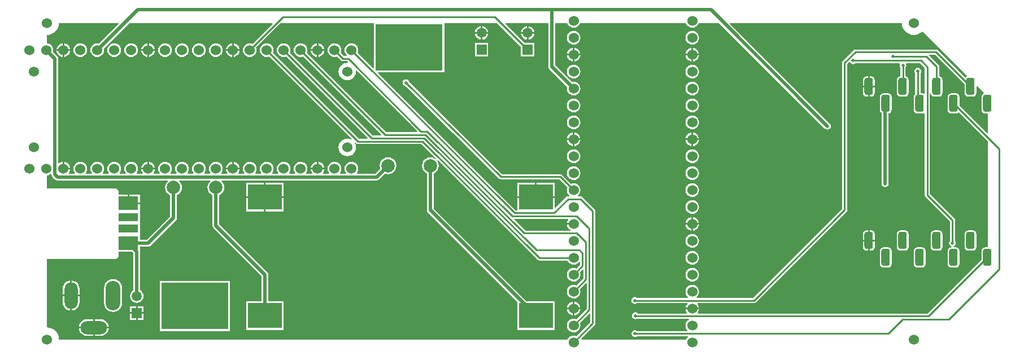
<source format=gtl>
%FSLAX24Y24*%
%MOIN*%
G70*
G01*
G75*
G04 Layer_Physical_Order=1*
G04 Layer_Color=255*
G04:AMPARAMS|DCode=10|XSize=100mil|YSize=50mil|CornerRadius=12.5mil|HoleSize=0mil|Usage=FLASHONLY|Rotation=90.000|XOffset=0mil|YOffset=0mil|HoleType=Round|Shape=RoundedRectangle|*
%AMROUNDEDRECTD10*
21,1,0.1000,0.0250,0,0,90.0*
21,1,0.0750,0.0500,0,0,90.0*
1,1,0.0250,0.0125,0.0375*
1,1,0.0250,0.0125,-0.0375*
1,1,0.0250,-0.0125,-0.0375*
1,1,0.0250,-0.0125,0.0375*
%
%ADD10ROUNDEDRECTD10*%
%ADD11R,0.2000X0.1500*%
%ADD12R,0.1181X0.0457*%
%ADD13R,0.1181X0.0787*%
%ADD14R,0.3937X0.2756*%
%ADD15C,0.0197*%
%ADD16C,0.0100*%
%ADD17C,0.0200*%
%ADD18C,0.0100*%
%ADD19C,0.0200*%
%ADD20C,0.0591*%
%ADD21R,0.0591X0.0591*%
%ADD22O,0.0787X0.1575*%
%ADD23O,0.1575X0.0787*%
%ADD24O,0.0866X0.1732*%
%ADD25C,0.0600*%
%ADD26C,0.0787*%
G36*
X50481Y18562D02*
X50522Y18428D01*
X50588Y18304D01*
X50676Y18196D01*
X50785Y18107D01*
X50908Y18041D01*
X51042Y18001D01*
X51181Y17987D01*
X51320Y18001D01*
X51454Y18041D01*
X51578Y18107D01*
X51686Y18196D01*
X51686Y18196D01*
X54302Y15579D01*
X54290Y15522D01*
X54233Y15484D01*
X54202Y15480D01*
X52594Y17088D01*
X52545Y17121D01*
X52486Y17133D01*
X47730D01*
X47671Y17121D01*
X47622Y17088D01*
X46982Y16448D01*
X46949Y16399D01*
X46937Y16340D01*
Y7723D01*
X41667Y2453D01*
X38361D01*
X38344Y2503D01*
X38385Y2535D01*
X38449Y2618D01*
X38490Y2716D01*
X38503Y2820D01*
X38490Y2924D01*
X38449Y3022D01*
X38385Y3105D01*
X38302Y3169D01*
X38204Y3210D01*
X38100Y3223D01*
X37996Y3210D01*
X37898Y3169D01*
X37815Y3105D01*
X37751Y3022D01*
X37710Y2924D01*
X37697Y2820D01*
X37710Y2716D01*
X37751Y2618D01*
X37815Y2535D01*
X37856Y2503D01*
X37839Y2453D01*
X34841D01*
X34788Y2488D01*
X34710Y2504D01*
X34632Y2488D01*
X34566Y2444D01*
X34522Y2378D01*
X34506Y2300D01*
X34522Y2222D01*
X34566Y2156D01*
X34632Y2112D01*
X34710Y2096D01*
X34788Y2112D01*
X34841Y2147D01*
X37795D01*
X37808Y2097D01*
X37751Y2022D01*
X37710Y1924D01*
X37703Y1870D01*
X38497D01*
X38490Y1924D01*
X38449Y2022D01*
X38392Y2097D01*
X38405Y2147D01*
X41730D01*
X41789Y2159D01*
X41838Y2192D01*
X47198Y7552D01*
X47231Y7601D01*
X47243Y7660D01*
Y16277D01*
X47347Y16380D01*
X47407Y16370D01*
X47436Y16326D01*
X47502Y16282D01*
X47580Y16266D01*
X47658Y16282D01*
X47711Y16317D01*
X50312D01*
X50339Y16267D01*
X50326Y16200D01*
X50342Y16122D01*
X50377Y16069D01*
Y15547D01*
X50307Y15533D01*
X50233Y15484D01*
X50183Y15409D01*
X50166Y15321D01*
Y14571D01*
X50183Y14484D01*
X50233Y14409D01*
X50307Y14359D01*
X50395Y14342D01*
X50645D01*
X50733Y14359D01*
X50807Y14409D01*
X50857Y14484D01*
X50874Y14571D01*
Y15321D01*
X50857Y15409D01*
X50807Y15484D01*
X50733Y15533D01*
X50683Y15543D01*
Y16069D01*
X50718Y16122D01*
X50734Y16200D01*
X50721Y16267D01*
X50748Y16317D01*
X51537D01*
X51817Y16037D01*
Y14537D01*
X51767Y14510D01*
X51733Y14533D01*
X51645Y14551D01*
X51563D01*
Y15719D01*
X51598Y15772D01*
X51614Y15850D01*
X51598Y15928D01*
X51554Y15994D01*
X51488Y16038D01*
X51410Y16054D01*
X51332Y16038D01*
X51266Y15994D01*
X51222Y15928D01*
X51206Y15850D01*
X51222Y15772D01*
X51257Y15719D01*
Y14500D01*
X51233Y14484D01*
X51183Y14409D01*
X51166Y14321D01*
Y13571D01*
X51183Y13484D01*
X51233Y13409D01*
X51307Y13359D01*
X51395Y13342D01*
X51645D01*
X51733Y13359D01*
X51767Y13382D01*
X51817Y13356D01*
Y8520D01*
X51829Y8461D01*
X51862Y8412D01*
X53297Y6977D01*
Y5821D01*
X53262Y5768D01*
X53246Y5690D01*
X53262Y5612D01*
X53306Y5546D01*
X53372Y5502D01*
X53408Y5494D01*
X53403Y5444D01*
X53395D01*
X53307Y5427D01*
X53233Y5377D01*
X53183Y5303D01*
X53166Y5215D01*
Y4465D01*
X53183Y4377D01*
X53233Y4303D01*
X53307Y4253D01*
X53395Y4236D01*
X53645D01*
X53733Y4253D01*
X53807Y4303D01*
X53857Y4377D01*
X53874Y4465D01*
Y5215D01*
X53857Y5303D01*
X53807Y5377D01*
X53733Y5427D01*
X53645Y5444D01*
X53497D01*
X53492Y5494D01*
X53528Y5502D01*
X53594Y5546D01*
X53638Y5612D01*
X53654Y5690D01*
X53638Y5768D01*
X53603Y5821D01*
Y7040D01*
X53591Y7099D01*
X53558Y7148D01*
X52123Y8583D01*
Y14529D01*
X52173Y14534D01*
X52183Y14484D01*
X52233Y14409D01*
X52307Y14359D01*
X52395Y14342D01*
X52645D01*
X52733Y14359D01*
X52807Y14409D01*
X52857Y14484D01*
X52874Y14571D01*
Y15321D01*
X52857Y15409D01*
X52807Y15484D01*
X52733Y15533D01*
X52673Y15545D01*
Y16110D01*
X52663Y16159D01*
X52661Y16169D01*
X52628Y16218D01*
X52065Y16781D01*
X52085Y16827D01*
X52423D01*
X54166Y15084D01*
Y14571D01*
X54183Y14484D01*
X54233Y14409D01*
X54307Y14359D01*
X54395Y14342D01*
X54645D01*
X54733Y14359D01*
X54807Y14409D01*
X54857Y14484D01*
X54874Y14571D01*
Y14942D01*
X54921Y14961D01*
X55302Y14579D01*
X55290Y14522D01*
X55233Y14484D01*
X55183Y14409D01*
X55166Y14321D01*
Y13571D01*
X55183Y13484D01*
X55233Y13409D01*
X55307Y13359D01*
X55395Y13342D01*
X55550D01*
Y12198D01*
X55504Y12179D01*
X53874Y13808D01*
Y14321D01*
X53857Y14409D01*
X53807Y14484D01*
X53733Y14533D01*
X53645Y14551D01*
X53395D01*
X53307Y14533D01*
X53233Y14484D01*
X53183Y14409D01*
X53166Y14321D01*
Y13571D01*
X53183Y13484D01*
X53233Y13409D01*
X53307Y13359D01*
X53395Y13342D01*
X53645D01*
X53733Y13359D01*
X53807Y13409D01*
X53838Y13412D01*
X55550Y11700D01*
Y6540D01*
Y5444D01*
X55395D01*
X55307Y5427D01*
X55233Y5377D01*
X55183Y5303D01*
X55166Y5215D01*
Y4702D01*
X51987Y1523D01*
X38439D01*
X38415Y1573D01*
X38449Y1618D01*
X38490Y1716D01*
X38497Y1770D01*
X37703D01*
X37710Y1716D01*
X37751Y1618D01*
X37785Y1573D01*
X37761Y1523D01*
X34898D01*
X34884Y1544D01*
X34818Y1588D01*
X34740Y1604D01*
X34662Y1588D01*
X34596Y1544D01*
X34552Y1478D01*
X34536Y1400D01*
X34552Y1322D01*
X34596Y1256D01*
X34662Y1212D01*
X34740Y1196D01*
X34818Y1212D01*
X34826Y1217D01*
X37870D01*
X37895Y1172D01*
X37895Y1167D01*
X37815Y1105D01*
X37751Y1022D01*
X37710Y924D01*
X37697Y820D01*
X37710Y716D01*
X37751Y618D01*
X37808Y543D01*
X37795Y493D01*
X34851D01*
X34798Y528D01*
X34720Y544D01*
X34642Y528D01*
X34576Y484D01*
X34532Y418D01*
X34516Y340D01*
X34532Y262D01*
X34576Y196D01*
X34642Y152D01*
X34720Y136D01*
X34798Y152D01*
X34851Y187D01*
X37839D01*
X37856Y137D01*
X37815Y105D01*
X37751Y22D01*
X37742Y0D01*
X31562D01*
X31542Y46D01*
X32328Y832D01*
X32361Y881D01*
X32373Y940D01*
Y7580D01*
X32361Y7639D01*
X32328Y7688D01*
X31608Y8408D01*
X31559Y8441D01*
X31500Y8453D01*
X31361D01*
X31344Y8503D01*
X31385Y8535D01*
X31449Y8618D01*
X31490Y8716D01*
X31503Y8820D01*
X31490Y8924D01*
X31449Y9022D01*
X31385Y9105D01*
X31302Y9169D01*
X31204Y9210D01*
X31100Y9223D01*
X30996Y9210D01*
X30947Y9190D01*
X30418Y9718D01*
X30369Y9751D01*
X30310Y9763D01*
X26883D01*
X21401Y15177D01*
X21388Y15238D01*
X21344Y15304D01*
X21278Y15348D01*
X21200Y15364D01*
X21122Y15348D01*
X21056Y15304D01*
X21012Y15238D01*
X20996Y15160D01*
X21012Y15082D01*
X21056Y15016D01*
X21122Y14972D01*
X21186Y14959D01*
X26713Y9501D01*
X26737Y9485D01*
X26761Y9469D01*
X26762Y9469D01*
X26762Y9468D01*
X26791Y9463D01*
X26820Y9457D01*
X30247D01*
X30731Y8973D01*
X30710Y8924D01*
X30697Y8820D01*
X30710Y8716D01*
X30751Y8618D01*
X30815Y8535D01*
X30856Y8503D01*
X30839Y8453D01*
X30760D01*
X30701Y8441D01*
X30652Y8408D01*
X30016Y7772D01*
X29970Y7792D01*
Y8360D01*
X27770D01*
Y7623D01*
X27663D01*
X19550Y15736D01*
X19570Y15782D01*
X23458D01*
Y18701D01*
X26573D01*
X27985Y17289D01*
Y16715D01*
X28775D01*
Y17505D01*
X28201D01*
X27052Y18655D01*
X27071Y18701D01*
X29598D01*
Y16120D01*
X29613Y16043D01*
X29657Y15977D01*
X30710Y14924D01*
X30697Y14820D01*
X30710Y14716D01*
X30751Y14618D01*
X30815Y14535D01*
X30898Y14471D01*
X30996Y14430D01*
X31100Y14417D01*
X31204Y14430D01*
X31302Y14471D01*
X31385Y14535D01*
X31449Y14618D01*
X31490Y14716D01*
X31503Y14820D01*
X31490Y14924D01*
X31449Y15022D01*
X31385Y15105D01*
X31302Y15169D01*
X31204Y15210D01*
X31100Y15223D01*
X30996Y15210D01*
X30002Y16204D01*
Y18701D01*
X30716D01*
X30751Y18618D01*
X30815Y18535D01*
X30898Y18471D01*
X30996Y18430D01*
X31100Y18417D01*
X31204Y18430D01*
X31302Y18471D01*
X31385Y18535D01*
X31449Y18618D01*
X31484Y18701D01*
X37716D01*
X37751Y18618D01*
X37815Y18535D01*
X37898Y18471D01*
X37996Y18430D01*
X38100Y18417D01*
X38204Y18430D01*
X38302Y18471D01*
X38385Y18535D01*
X38449Y18618D01*
X38484Y18701D01*
X39683D01*
X45921Y12463D01*
X45926Y12456D01*
X45992Y12412D01*
X46070Y12396D01*
X46148Y12412D01*
X46214Y12456D01*
X46258Y12522D01*
X46274Y12600D01*
X46258Y12678D01*
X46214Y12744D01*
X46207Y12749D01*
X40302Y18655D01*
X40321Y18701D01*
X50467D01*
X50481Y18562D01*
D02*
G37*
G36*
X19322Y16030D02*
X19275Y16011D01*
X18349Y16937D01*
X18370Y16986D01*
X18383Y17090D01*
X18370Y17194D01*
X18329Y17292D01*
X18265Y17375D01*
X18182Y17439D01*
X18084Y17480D01*
X17980Y17493D01*
X17876Y17480D01*
X17778Y17439D01*
X17695Y17375D01*
X17631Y17292D01*
X17590Y17194D01*
X17577Y17090D01*
X17590Y16986D01*
X17631Y16888D01*
X17695Y16805D01*
X17714Y16790D01*
X17697Y16743D01*
X17543D01*
X17349Y16937D01*
X17370Y16986D01*
X17383Y17090D01*
X17370Y17194D01*
X17329Y17292D01*
X17265Y17375D01*
X17182Y17439D01*
X17084Y17480D01*
X16980Y17493D01*
X16876Y17480D01*
X16778Y17439D01*
X16695Y17375D01*
X16631Y17292D01*
X16590Y17194D01*
X16577Y17090D01*
X16590Y16986D01*
X16631Y16888D01*
X16695Y16805D01*
X16778Y16741D01*
X16876Y16700D01*
X16980Y16687D01*
X17084Y16700D01*
X17133Y16720D01*
X17372Y16482D01*
X17421Y16449D01*
X17480Y16437D01*
X17737D01*
X17780Y16393D01*
X17758Y16348D01*
X17732Y16352D01*
X17598Y16334D01*
X17473Y16283D01*
X17366Y16200D01*
X17284Y16093D01*
X17232Y15968D01*
X17214Y15834D01*
X17232Y15700D01*
X17284Y15575D01*
X17366Y15468D01*
X17473Y15386D01*
X17598Y15334D01*
X17732Y15316D01*
X17866Y15334D01*
X17991Y15386D01*
X18098Y15468D01*
X18180Y15575D01*
X18232Y15700D01*
X18250Y15834D01*
X18246Y15860D01*
X18291Y15883D01*
X21875Y12299D01*
X21855Y12253D01*
X20033D01*
X15350Y16937D01*
X15370Y16986D01*
X15383Y17090D01*
X15370Y17194D01*
X15329Y17292D01*
X15265Y17375D01*
X15182Y17439D01*
X15084Y17480D01*
X14980Y17493D01*
X14876Y17480D01*
X14778Y17439D01*
X14695Y17375D01*
X14631Y17292D01*
X14590Y17194D01*
X14577Y17090D01*
X14590Y16986D01*
X14631Y16888D01*
X14695Y16805D01*
X14778Y16741D01*
X14876Y16700D01*
X14980Y16687D01*
X15084Y16700D01*
X15133Y16720D01*
X19755Y12099D01*
X19735Y12053D01*
X19233D01*
X14349Y16937D01*
X14370Y16986D01*
X14383Y17090D01*
X14370Y17194D01*
X14329Y17292D01*
X14265Y17375D01*
X14182Y17439D01*
X14084Y17480D01*
X13980Y17493D01*
X13876Y17480D01*
X13778Y17439D01*
X13695Y17375D01*
X13631Y17292D01*
X13590Y17194D01*
X13577Y17090D01*
X13590Y16986D01*
X13631Y16888D01*
X13695Y16805D01*
X13778Y16741D01*
X13876Y16700D01*
X13980Y16687D01*
X14084Y16700D01*
X14133Y16720D01*
X18955Y11899D01*
X18935Y11853D01*
X18433D01*
X13349Y16937D01*
X13370Y16986D01*
X13383Y17090D01*
X13370Y17194D01*
X13329Y17292D01*
X13265Y17375D01*
X13182Y17439D01*
X13084Y17480D01*
X12980Y17493D01*
X12876Y17480D01*
X12778Y17439D01*
X12695Y17375D01*
X12631Y17292D01*
X12590Y17194D01*
X12577Y17090D01*
X12590Y16986D01*
X12631Y16888D01*
X12695Y16805D01*
X12778Y16741D01*
X12876Y16700D01*
X12980Y16687D01*
X13084Y16700D01*
X13133Y16720D01*
X18019Y11835D01*
X17991Y11794D01*
X17866Y11846D01*
X17732Y11864D01*
X17598Y11846D01*
X17473Y11794D01*
X17366Y11712D01*
X17284Y11605D01*
X17232Y11480D01*
X17214Y11346D01*
X17232Y11212D01*
X17284Y11087D01*
X17366Y10980D01*
X17473Y10897D01*
X17598Y10846D01*
X17732Y10828D01*
X17866Y10846D01*
X17991Y10897D01*
X18098Y10980D01*
X18180Y11087D01*
X18232Y11212D01*
X18250Y11346D01*
X18232Y11480D01*
X18180Y11605D01*
X18221Y11633D01*
X18262Y11592D01*
X18311Y11559D01*
X18370Y11547D01*
X22118D01*
X22983Y10682D01*
X22950Y10644D01*
X22889Y10691D01*
X22769Y10741D01*
X22640Y10758D01*
X22511Y10741D01*
X22391Y10691D01*
X22288Y10612D01*
X22209Y10509D01*
X22159Y10389D01*
X22142Y10260D01*
X22159Y10131D01*
X22209Y10011D01*
X22288Y9908D01*
X22391Y9829D01*
X22436Y9810D01*
Y7640D01*
X22452Y7562D01*
X22496Y7496D01*
X27770Y2222D01*
Y560D01*
X29970D01*
Y2260D01*
X28308D01*
X22844Y7724D01*
Y9810D01*
X22889Y9829D01*
X22992Y9908D01*
X23071Y10011D01*
X23121Y10131D01*
X23138Y10260D01*
X23121Y10389D01*
X23071Y10509D01*
X23024Y10570D01*
X23062Y10603D01*
X28953Y4712D01*
X29003Y4679D01*
X29061Y4667D01*
X30730D01*
X30751Y4618D01*
X30815Y4535D01*
X30898Y4471D01*
X30996Y4430D01*
X31100Y4417D01*
X31204Y4430D01*
X31302Y4471D01*
X31385Y4535D01*
X31417Y4576D01*
X31467Y4559D01*
Y4403D01*
X31253Y4189D01*
X31204Y4210D01*
X31100Y4223D01*
X30996Y4210D01*
X30898Y4169D01*
X30815Y4105D01*
X30751Y4022D01*
X30710Y3924D01*
X30697Y3820D01*
X30710Y3716D01*
X30751Y3618D01*
X30815Y3535D01*
X30898Y3471D01*
X30996Y3430D01*
X31100Y3417D01*
X31204Y3430D01*
X31302Y3471D01*
X31385Y3535D01*
X31449Y3618D01*
X31490Y3716D01*
X31503Y3820D01*
X31490Y3924D01*
X31470Y3973D01*
X31621Y4125D01*
X31667Y4105D01*
Y3603D01*
X31253Y3189D01*
X31204Y3210D01*
X31100Y3223D01*
X30996Y3210D01*
X30898Y3169D01*
X30815Y3105D01*
X30751Y3022D01*
X30710Y2924D01*
X30697Y2820D01*
X30710Y2716D01*
X30751Y2618D01*
X30815Y2535D01*
X30898Y2471D01*
X30996Y2430D01*
X31100Y2417D01*
X31204Y2430D01*
X31302Y2471D01*
X31385Y2535D01*
X31449Y2618D01*
X31490Y2716D01*
X31503Y2820D01*
X31490Y2924D01*
X31470Y2973D01*
X31821Y3325D01*
X31867Y3305D01*
Y1803D01*
X31253Y1190D01*
X31204Y1210D01*
X31100Y1223D01*
X30996Y1210D01*
X30898Y1169D01*
X30815Y1105D01*
X30751Y1022D01*
X30710Y924D01*
X30697Y820D01*
X30710Y716D01*
X30751Y618D01*
X30815Y535D01*
X30898Y471D01*
X30996Y430D01*
X31100Y417D01*
X31204Y430D01*
X31302Y471D01*
X31385Y535D01*
X31449Y618D01*
X31490Y716D01*
X31503Y820D01*
X31490Y924D01*
X31470Y973D01*
X32021Y1525D01*
X32067Y1505D01*
Y1003D01*
X31253Y190D01*
X31204Y210D01*
X31100Y223D01*
X30996Y210D01*
X30898Y169D01*
X30815Y105D01*
X30751Y22D01*
X30742Y0D01*
X714D01*
X700Y139D01*
X659Y273D01*
X593Y397D01*
X505Y505D01*
X397Y593D01*
X273Y659D01*
X139Y700D01*
X0Y714D01*
Y4767D01*
X4080D01*
X4139Y4779D01*
X4188Y4812D01*
X4221Y4861D01*
X4233Y4920D01*
Y5186D01*
X5026D01*
X5106Y5106D01*
Y2902D01*
X5028Y2842D01*
X4965Y2759D01*
X4925Y2663D01*
X4911Y2560D01*
X4925Y2457D01*
X4965Y2361D01*
X5028Y2278D01*
X5111Y2215D01*
X5207Y2175D01*
X5310Y2161D01*
X5413Y2175D01*
X5509Y2215D01*
X5592Y2278D01*
X5655Y2361D01*
X5695Y2457D01*
X5709Y2560D01*
X5695Y2663D01*
X5655Y2759D01*
X5592Y2842D01*
X5514Y2902D01*
Y5190D01*
X5511Y5205D01*
Y5476D01*
X5990D01*
X6068Y5492D01*
X6134Y5536D01*
X7624Y7026D01*
X7668Y7092D01*
X7684Y7170D01*
Y8520D01*
X7729Y8539D01*
X7832Y8618D01*
X7911Y8721D01*
X7961Y8841D01*
X7978Y8970D01*
X7961Y9099D01*
X7911Y9219D01*
X7832Y9322D01*
X7810Y9339D01*
X7827Y9386D01*
X9633D01*
X9650Y9339D01*
X9628Y9322D01*
X9549Y9219D01*
X9499Y9099D01*
X9482Y8970D01*
X9499Y8841D01*
X9549Y8721D01*
X9628Y8618D01*
X9731Y8539D01*
X9776Y8520D01*
Y6720D01*
X9792Y6642D01*
X9836Y6576D01*
X12666Y3746D01*
Y2260D01*
X11770D01*
Y560D01*
X13970D01*
Y2260D01*
X13074D01*
Y3830D01*
X13058Y3908D01*
X13014Y3974D01*
X10184Y6804D01*
Y8520D01*
X10229Y8539D01*
X10332Y8618D01*
X10411Y8721D01*
X10461Y8841D01*
X10478Y8970D01*
X10461Y9099D01*
X10411Y9219D01*
X10332Y9322D01*
X10310Y9339D01*
X10327Y9386D01*
X19470D01*
X19548Y9402D01*
X19614Y9446D01*
X19966Y9798D01*
X20011Y9779D01*
X20140Y9762D01*
X20269Y9779D01*
X20389Y9829D01*
X20492Y9908D01*
X20571Y10011D01*
X20621Y10131D01*
X20638Y10260D01*
X20621Y10389D01*
X20571Y10509D01*
X20492Y10612D01*
X20389Y10691D01*
X20269Y10741D01*
X20140Y10758D01*
X20011Y10741D01*
X19891Y10691D01*
X19788Y10612D01*
X19709Y10509D01*
X19659Y10389D01*
X19642Y10260D01*
X19659Y10131D01*
X19678Y10086D01*
X19386Y9794D01*
X18320D01*
X18295Y9844D01*
X18329Y9888D01*
X18370Y9986D01*
X18383Y10090D01*
X18370Y10194D01*
X18329Y10292D01*
X18265Y10375D01*
X18182Y10439D01*
X18084Y10480D01*
X17980Y10493D01*
X17876Y10480D01*
X17778Y10439D01*
X17695Y10375D01*
X17631Y10292D01*
X17590Y10194D01*
X17577Y10090D01*
X17590Y9986D01*
X17631Y9888D01*
X17665Y9844D01*
X17640Y9794D01*
X17320D01*
X17295Y9844D01*
X17329Y9888D01*
X17370Y9986D01*
X17383Y10090D01*
X17370Y10194D01*
X17329Y10292D01*
X17265Y10375D01*
X17182Y10439D01*
X17084Y10480D01*
X16980Y10493D01*
X16876Y10480D01*
X16778Y10439D01*
X16695Y10375D01*
X16631Y10292D01*
X16590Y10194D01*
X16577Y10090D01*
X16590Y9986D01*
X16631Y9888D01*
X16665Y9844D01*
X16640Y9794D01*
X16320D01*
X16295Y9844D01*
X16329Y9888D01*
X16370Y9986D01*
X16377Y10040D01*
X15583D01*
X15590Y9986D01*
X15631Y9888D01*
X15665Y9844D01*
X15640Y9794D01*
X15320D01*
X15295Y9844D01*
X15329Y9888D01*
X15370Y9986D01*
X15383Y10090D01*
X15370Y10194D01*
X15329Y10292D01*
X15265Y10375D01*
X15182Y10439D01*
X15084Y10480D01*
X14980Y10493D01*
X14876Y10480D01*
X14778Y10439D01*
X14695Y10375D01*
X14631Y10292D01*
X14590Y10194D01*
X14577Y10090D01*
X14590Y9986D01*
X14631Y9888D01*
X14665Y9844D01*
X14640Y9794D01*
X14320D01*
X14295Y9844D01*
X14329Y9888D01*
X14370Y9986D01*
X14383Y10090D01*
X14370Y10194D01*
X14329Y10292D01*
X14265Y10375D01*
X14182Y10439D01*
X14084Y10480D01*
X13980Y10493D01*
X13876Y10480D01*
X13778Y10439D01*
X13695Y10375D01*
X13631Y10292D01*
X13590Y10194D01*
X13577Y10090D01*
X13590Y9986D01*
X13631Y9888D01*
X13665Y9844D01*
X13640Y9794D01*
X13320D01*
X13295Y9844D01*
X13329Y9888D01*
X13370Y9986D01*
X13383Y10090D01*
X13370Y10194D01*
X13329Y10292D01*
X13265Y10375D01*
X13182Y10439D01*
X13084Y10480D01*
X12980Y10493D01*
X12876Y10480D01*
X12778Y10439D01*
X12695Y10375D01*
X12631Y10292D01*
X12590Y10194D01*
X12577Y10090D01*
X12590Y9986D01*
X12631Y9888D01*
X12665Y9844D01*
X12640Y9794D01*
X12320D01*
X12295Y9844D01*
X12329Y9888D01*
X12370Y9986D01*
X12383Y10090D01*
X12370Y10194D01*
X12329Y10292D01*
X12265Y10375D01*
X12182Y10439D01*
X12084Y10480D01*
X11980Y10493D01*
X11876Y10480D01*
X11778Y10439D01*
X11695Y10375D01*
X11631Y10292D01*
X11590Y10194D01*
X11577Y10090D01*
X11590Y9986D01*
X11631Y9888D01*
X11665Y9844D01*
X11640Y9794D01*
X11320D01*
X11295Y9844D01*
X11329Y9888D01*
X11370Y9986D01*
X11377Y10040D01*
X10583D01*
X10590Y9986D01*
X10631Y9888D01*
X10665Y9844D01*
X10640Y9794D01*
X10320D01*
X10295Y9844D01*
X10329Y9888D01*
X10370Y9986D01*
X10383Y10090D01*
X10370Y10194D01*
X10329Y10292D01*
X10265Y10375D01*
X10182Y10439D01*
X10084Y10480D01*
X9980Y10493D01*
X9876Y10480D01*
X9778Y10439D01*
X9695Y10375D01*
X9631Y10292D01*
X9590Y10194D01*
X9577Y10090D01*
X9590Y9986D01*
X9631Y9888D01*
X9665Y9844D01*
X9640Y9794D01*
X9320D01*
X9295Y9844D01*
X9329Y9888D01*
X9370Y9986D01*
X9383Y10090D01*
X9370Y10194D01*
X9329Y10292D01*
X9265Y10375D01*
X9182Y10439D01*
X9084Y10480D01*
X8980Y10493D01*
X8876Y10480D01*
X8778Y10439D01*
X8695Y10375D01*
X8631Y10292D01*
X8590Y10194D01*
X8577Y10090D01*
X8590Y9986D01*
X8631Y9888D01*
X8665Y9844D01*
X8640Y9794D01*
X8320D01*
X8295Y9844D01*
X8329Y9888D01*
X8370Y9986D01*
X8383Y10090D01*
X8370Y10194D01*
X8329Y10292D01*
X8265Y10375D01*
X8182Y10439D01*
X8084Y10480D01*
X7980Y10493D01*
X7876Y10480D01*
X7778Y10439D01*
X7695Y10375D01*
X7631Y10292D01*
X7590Y10194D01*
X7577Y10090D01*
X7590Y9986D01*
X7631Y9888D01*
X7665Y9844D01*
X7640Y9794D01*
X7320D01*
X7295Y9844D01*
X7329Y9888D01*
X7370Y9986D01*
X7383Y10090D01*
X7370Y10194D01*
X7329Y10292D01*
X7265Y10375D01*
X7182Y10439D01*
X7084Y10480D01*
X6980Y10493D01*
X6876Y10480D01*
X6778Y10439D01*
X6695Y10375D01*
X6631Y10292D01*
X6590Y10194D01*
X6577Y10090D01*
X6590Y9986D01*
X6631Y9888D01*
X6665Y9844D01*
X6640Y9794D01*
X6320D01*
X6295Y9844D01*
X6329Y9888D01*
X6370Y9986D01*
X6377Y10040D01*
X5583D01*
X5590Y9986D01*
X5631Y9888D01*
X5665Y9844D01*
X5640Y9794D01*
X5320D01*
X5295Y9844D01*
X5329Y9888D01*
X5370Y9986D01*
X5383Y10090D01*
X5370Y10194D01*
X5329Y10292D01*
X5265Y10375D01*
X5182Y10439D01*
X5084Y10480D01*
X4980Y10493D01*
X4876Y10480D01*
X4778Y10439D01*
X4695Y10375D01*
X4631Y10292D01*
X4590Y10194D01*
X4577Y10090D01*
X4590Y9986D01*
X4631Y9888D01*
X4665Y9844D01*
X4640Y9794D01*
X4320D01*
X4295Y9844D01*
X4329Y9888D01*
X4370Y9986D01*
X4383Y10090D01*
X4370Y10194D01*
X4329Y10292D01*
X4265Y10375D01*
X4182Y10439D01*
X4084Y10480D01*
X3980Y10493D01*
X3876Y10480D01*
X3778Y10439D01*
X3695Y10375D01*
X3631Y10292D01*
X3590Y10194D01*
X3577Y10090D01*
X3590Y9986D01*
X3631Y9888D01*
X3665Y9844D01*
X3640Y9794D01*
X3320D01*
X3295Y9844D01*
X3329Y9888D01*
X3370Y9986D01*
X3383Y10090D01*
X3370Y10194D01*
X3329Y10292D01*
X3265Y10375D01*
X3182Y10439D01*
X3084Y10480D01*
X2980Y10493D01*
X2876Y10480D01*
X2778Y10439D01*
X2695Y10375D01*
X2631Y10292D01*
X2590Y10194D01*
X2577Y10090D01*
X2590Y9986D01*
X2631Y9888D01*
X2665Y9844D01*
X2640Y9794D01*
X2320D01*
X2295Y9844D01*
X2329Y9888D01*
X2370Y9986D01*
X2383Y10090D01*
X2370Y10194D01*
X2329Y10292D01*
X2265Y10375D01*
X2182Y10439D01*
X2084Y10480D01*
X1980Y10493D01*
X1876Y10480D01*
X1778Y10439D01*
X1695Y10375D01*
X1631Y10292D01*
X1590Y10194D01*
X1577Y10090D01*
X1590Y9986D01*
X1631Y9888D01*
X1665Y9844D01*
X1640Y9794D01*
X1320D01*
X1295Y9844D01*
X1329Y9888D01*
X1370Y9986D01*
X1377Y10040D01*
X980D01*
Y10090D01*
X930D01*
Y10487D01*
X876Y10480D01*
X778Y10439D01*
X734Y10405D01*
X684Y10430D01*
Y16590D01*
X668Y16668D01*
X624Y16734D01*
X370Y16988D01*
X383Y17090D01*
X370Y17194D01*
X329Y17292D01*
X265Y17375D01*
X182Y17439D01*
X84Y17480D01*
X0Y17491D01*
Y17987D01*
X139Y18001D01*
X273Y18041D01*
X397Y18107D01*
X505Y18196D01*
X593Y18304D01*
X659Y18428D01*
X700Y18562D01*
X714Y18701D01*
X4239D01*
X4258Y18655D01*
X3084Y17480D01*
X2980Y17493D01*
X2876Y17480D01*
X2778Y17439D01*
X2695Y17375D01*
X2631Y17292D01*
X2590Y17194D01*
X2577Y17090D01*
X2590Y16986D01*
X2631Y16888D01*
X2695Y16805D01*
X2778Y16741D01*
X2876Y16700D01*
X2980Y16687D01*
X3084Y16700D01*
X3182Y16741D01*
X3265Y16805D01*
X3329Y16888D01*
X3370Y16986D01*
X3383Y17090D01*
X3370Y17194D01*
X4877Y18701D01*
X13309D01*
X13328Y18655D01*
X12133Y17459D01*
X12084Y17480D01*
X11980Y17493D01*
X11876Y17480D01*
X11778Y17439D01*
X11695Y17375D01*
X11631Y17292D01*
X11590Y17194D01*
X11577Y17090D01*
X11590Y16986D01*
X11631Y16888D01*
X11695Y16805D01*
X11778Y16741D01*
X11876Y16700D01*
X11980Y16687D01*
X12084Y16700D01*
X12182Y16741D01*
X12265Y16805D01*
X12329Y16888D01*
X12370Y16986D01*
X12383Y17090D01*
X12370Y17194D01*
X12349Y17243D01*
X13807Y18701D01*
X19322D01*
Y16030D01*
D02*
G37*
G36*
X30785Y7067D02*
X30751Y7022D01*
X30710Y6924D01*
X30703Y6870D01*
X31100D01*
Y6770D01*
X30703D01*
X30710Y6716D01*
X30751Y6618D01*
X30815Y6535D01*
X30895Y6473D01*
X30895Y6468D01*
X30870Y6423D01*
X28241D01*
X27593Y7071D01*
X27612Y7117D01*
X30761D01*
X30785Y7067D01*
D02*
G37*
G36*
X276Y9750D02*
Y9740D01*
X292Y9662D01*
X336Y9596D01*
X486Y9446D01*
X552Y9402D01*
X630Y9386D01*
X7133D01*
X7150Y9339D01*
X7128Y9322D01*
X7049Y9219D01*
X6999Y9099D01*
X6982Y8970D01*
X6999Y8841D01*
X7049Y8721D01*
X7128Y8618D01*
X7231Y8539D01*
X7276Y8520D01*
Y7254D01*
X5905Y5884D01*
X5511D01*
Y6174D01*
X5511D01*
Y6218D01*
X5511D01*
Y6874D01*
X5511D01*
Y6887D01*
X5511D01*
Y7544D01*
X5511D01*
Y7548D01*
X5511D01*
Y7992D01*
X4821D01*
Y8042D01*
X4771D01*
Y8536D01*
X4233D01*
Y8759D01*
X4221Y8817D01*
X4188Y8867D01*
X4139Y8900D01*
X4080Y8912D01*
X0D01*
Y9689D01*
X84Y9700D01*
X182Y9741D01*
X226Y9775D01*
X276Y9750D01*
D02*
G37*
%LPC*%
G36*
X5511Y8536D02*
X4871D01*
Y8092D01*
X5511D01*
Y8536D01*
D02*
G37*
G36*
X13970Y8360D02*
X12920D01*
Y7560D01*
X13970D01*
Y8360D01*
D02*
G37*
G36*
Y9260D02*
X12920D01*
Y8460D01*
X13970D01*
Y9260D01*
D02*
G37*
G36*
X28820D02*
X27770D01*
Y8460D01*
X28820D01*
Y9260D01*
D02*
G37*
G36*
X38100Y9223D02*
X37996Y9210D01*
X37898Y9169D01*
X37815Y9105D01*
X37751Y9022D01*
X37710Y8924D01*
X37697Y8820D01*
X37710Y8716D01*
X37751Y8618D01*
X37815Y8535D01*
X37898Y8471D01*
X37996Y8430D01*
X38100Y8417D01*
X38204Y8430D01*
X38302Y8471D01*
X38385Y8535D01*
X38449Y8618D01*
X38490Y8716D01*
X38503Y8820D01*
X38490Y8924D01*
X38449Y9022D01*
X38385Y9105D01*
X38302Y9169D01*
X38204Y9210D01*
X38100Y9223D01*
D02*
G37*
G36*
X12820Y9260D02*
X11770D01*
Y8460D01*
X12820D01*
Y9260D01*
D02*
G37*
G36*
X38050Y7217D02*
X37996Y7210D01*
X37898Y7169D01*
X37815Y7105D01*
X37751Y7022D01*
X37710Y6924D01*
X37703Y6870D01*
X38050D01*
Y7217D01*
D02*
G37*
G36*
X38497Y6770D02*
X38150D01*
Y6423D01*
X38204Y6430D01*
X38302Y6471D01*
X38385Y6535D01*
X38449Y6618D01*
X38490Y6716D01*
X38497Y6770D01*
D02*
G37*
G36*
X38050D02*
X37703D01*
X37710Y6716D01*
X37751Y6618D01*
X37815Y6535D01*
X37898Y6471D01*
X37996Y6430D01*
X38050Y6423D01*
Y6770D01*
D02*
G37*
G36*
X12820Y8360D02*
X11770D01*
Y7560D01*
X12820D01*
Y8360D01*
D02*
G37*
G36*
X38100Y8223D02*
X37996Y8210D01*
X37898Y8169D01*
X37815Y8105D01*
X37751Y8022D01*
X37710Y7924D01*
X37697Y7820D01*
X37710Y7716D01*
X37751Y7618D01*
X37815Y7535D01*
X37898Y7471D01*
X37996Y7430D01*
X38100Y7417D01*
X38204Y7430D01*
X38302Y7471D01*
X38385Y7535D01*
X38449Y7618D01*
X38490Y7716D01*
X38503Y7820D01*
X38490Y7924D01*
X38449Y8022D01*
X38385Y8105D01*
X38302Y8169D01*
X38204Y8210D01*
X38100Y8223D01*
D02*
G37*
G36*
X38150Y7217D02*
Y6870D01*
X38497D01*
X38490Y6924D01*
X38449Y7022D01*
X38385Y7105D01*
X38302Y7169D01*
X38204Y7210D01*
X38150Y7217D01*
D02*
G37*
G36*
X29970Y9260D02*
X28920D01*
Y8460D01*
X29970D01*
Y9260D01*
D02*
G37*
G36*
X16030Y10487D02*
Y10140D01*
X16377D01*
X16370Y10194D01*
X16329Y10292D01*
X16265Y10375D01*
X16182Y10439D01*
X16084Y10480D01*
X16030Y10487D01*
D02*
G37*
G36*
X15930D02*
X15876Y10480D01*
X15778Y10439D01*
X15695Y10375D01*
X15631Y10292D01*
X15590Y10194D01*
X15583Y10140D01*
X15930D01*
Y10487D01*
D02*
G37*
G36*
X11030D02*
Y10140D01*
X11377D01*
X11370Y10194D01*
X11329Y10292D01*
X11265Y10375D01*
X11182Y10439D01*
X11084Y10480D01*
X11030Y10487D01*
D02*
G37*
G36*
X31100Y11223D02*
X30996Y11210D01*
X30898Y11169D01*
X30815Y11105D01*
X30751Y11022D01*
X30710Y10924D01*
X30697Y10820D01*
X30710Y10716D01*
X30751Y10618D01*
X30815Y10535D01*
X30898Y10471D01*
X30996Y10430D01*
X31100Y10417D01*
X31204Y10430D01*
X31302Y10471D01*
X31385Y10535D01*
X31449Y10618D01*
X31490Y10716D01*
X31503Y10820D01*
X31490Y10924D01*
X31449Y11022D01*
X31385Y11105D01*
X31302Y11169D01*
X31204Y11210D01*
X31100Y11223D01*
D02*
G37*
G36*
X31497Y11770D02*
X31150D01*
Y11423D01*
X31204Y11430D01*
X31302Y11471D01*
X31385Y11535D01*
X31449Y11618D01*
X31490Y11716D01*
X31497Y11770D01*
D02*
G37*
G36*
X31050D02*
X30703D01*
X30710Y11716D01*
X30751Y11618D01*
X30815Y11535D01*
X30898Y11471D01*
X30996Y11430D01*
X31050Y11423D01*
Y11770D01*
D02*
G37*
G36*
X38100Y11223D02*
X37996Y11210D01*
X37898Y11169D01*
X37815Y11105D01*
X37751Y11022D01*
X37710Y10924D01*
X37697Y10820D01*
X37710Y10716D01*
X37751Y10618D01*
X37815Y10535D01*
X37898Y10471D01*
X37996Y10430D01*
X38100Y10417D01*
X38204Y10430D01*
X38302Y10471D01*
X38385Y10535D01*
X38449Y10618D01*
X38490Y10716D01*
X38503Y10820D01*
X38490Y10924D01*
X38449Y11022D01*
X38385Y11105D01*
X38302Y11169D01*
X38204Y11210D01*
X38100Y11223D01*
D02*
G37*
G36*
Y10223D02*
X37996Y10210D01*
X37898Y10169D01*
X37815Y10105D01*
X37751Y10022D01*
X37710Y9924D01*
X37697Y9820D01*
X37710Y9716D01*
X37751Y9618D01*
X37815Y9535D01*
X37898Y9471D01*
X37996Y9430D01*
X38100Y9417D01*
X38204Y9430D01*
X38302Y9471D01*
X38385Y9535D01*
X38449Y9618D01*
X38490Y9716D01*
X38503Y9820D01*
X38490Y9924D01*
X38449Y10022D01*
X38385Y10105D01*
X38302Y10169D01*
X38204Y10210D01*
X38100Y10223D01*
D02*
G37*
G36*
X31100D02*
X30996Y10210D01*
X30898Y10169D01*
X30815Y10105D01*
X30751Y10022D01*
X30710Y9924D01*
X30697Y9820D01*
X30710Y9716D01*
X30751Y9618D01*
X30815Y9535D01*
X30898Y9471D01*
X30996Y9430D01*
X31100Y9417D01*
X31204Y9430D01*
X31302Y9471D01*
X31385Y9535D01*
X31449Y9618D01*
X31490Y9716D01*
X31503Y9820D01*
X31490Y9924D01*
X31449Y10022D01*
X31385Y10105D01*
X31302Y10169D01*
X31204Y10210D01*
X31100Y10223D01*
D02*
G37*
G36*
X49645Y14551D02*
X49395D01*
X49307Y14533D01*
X49233Y14484D01*
X49183Y14409D01*
X49166Y14321D01*
Y13571D01*
X49183Y13484D01*
X49233Y13409D01*
X49268Y13386D01*
Y9208D01*
X49266Y9200D01*
X49282Y9122D01*
X49326Y9056D01*
X49392Y9012D01*
X49470Y8996D01*
X49548Y9012D01*
X49614Y9056D01*
X49658Y9122D01*
X49674Y9200D01*
X49672Y9208D01*
Y13347D01*
X49733Y13359D01*
X49807Y13409D01*
X49857Y13484D01*
X49874Y13571D01*
Y14321D01*
X49857Y14409D01*
X49807Y14484D01*
X49733Y14533D01*
X49645Y14551D01*
D02*
G37*
G36*
X1030Y10487D02*
Y10140D01*
X1377D01*
X1370Y10194D01*
X1329Y10292D01*
X1265Y10375D01*
X1182Y10439D01*
X1084Y10480D01*
X1030Y10487D01*
D02*
G37*
G36*
X10930D02*
X10876Y10480D01*
X10778Y10439D01*
X10695Y10375D01*
X10631Y10292D01*
X10590Y10194D01*
X10583Y10140D01*
X10930D01*
Y10487D01*
D02*
G37*
G36*
X6030D02*
Y10140D01*
X6377D01*
X6370Y10194D01*
X6329Y10292D01*
X6265Y10375D01*
X6182Y10439D01*
X6084Y10480D01*
X6030Y10487D01*
D02*
G37*
G36*
X5930D02*
X5876Y10480D01*
X5778Y10439D01*
X5695Y10375D01*
X5631Y10292D01*
X5590Y10194D01*
X5583Y10140D01*
X5930D01*
Y10487D01*
D02*
G37*
G36*
X48645Y6444D02*
X48570D01*
Y5890D01*
X48874D01*
Y6215D01*
X48857Y6303D01*
X48807Y6377D01*
X48733Y6427D01*
X48645Y6444D01*
D02*
G37*
G36*
X5260Y1955D02*
X4915D01*
Y1610D01*
X5260D01*
Y1955D01*
D02*
G37*
G36*
X31497Y1770D02*
X31150D01*
Y1423D01*
X31204Y1430D01*
X31302Y1471D01*
X31385Y1535D01*
X31449Y1618D01*
X31490Y1716D01*
X31497Y1770D01*
D02*
G37*
G36*
X31050D02*
X30703D01*
X30710Y1716D01*
X30751Y1618D01*
X30815Y1535D01*
X30898Y1471D01*
X30996Y1430D01*
X31050Y1423D01*
Y1770D01*
D02*
G37*
G36*
X5705Y1955D02*
X5360D01*
Y1610D01*
X5705D01*
Y1955D01*
D02*
G37*
G36*
X1936Y2540D02*
X1488D01*
Y1705D01*
X1567Y1715D01*
X1687Y1765D01*
X1791Y1844D01*
X1870Y1947D01*
X1919Y2067D01*
X1936Y2196D01*
Y2540D01*
D02*
G37*
G36*
X1388D02*
X940D01*
Y2196D01*
X957Y2067D01*
X1007Y1947D01*
X1086Y1844D01*
X1189Y1765D01*
X1310Y1715D01*
X1388Y1705D01*
Y2540D01*
D02*
G37*
G36*
X3919Y3561D02*
X3780Y3542D01*
X3650Y3489D01*
X3539Y3403D01*
X3453Y3292D01*
X3399Y3162D01*
X3381Y3023D01*
Y2157D01*
X3399Y2018D01*
X3453Y1888D01*
X3539Y1777D01*
X3650Y1691D01*
X3780Y1638D01*
X3919Y1619D01*
X4058Y1638D01*
X4188Y1691D01*
X4299Y1777D01*
X4384Y1888D01*
X4438Y2018D01*
X4456Y2157D01*
Y3023D01*
X4438Y3162D01*
X4384Y3292D01*
X4299Y3403D01*
X4188Y3489D01*
X4058Y3542D01*
X3919Y3561D01*
D02*
G37*
G36*
X10798Y3448D02*
X6661D01*
Y492D01*
X10798D01*
Y3448D01*
D02*
G37*
G36*
X3662Y650D02*
X2827D01*
Y202D01*
X3171D01*
X3300Y219D01*
X3420Y269D01*
X3523Y348D01*
X3602Y451D01*
X3652Y571D01*
X3662Y650D01*
D02*
G37*
G36*
X2727D02*
X1892D01*
X1902Y571D01*
X1952Y451D01*
X2031Y348D01*
X2134Y269D01*
X2254Y219D01*
X2383Y202D01*
X2727D01*
Y650D01*
D02*
G37*
G36*
Y1198D02*
X2383D01*
X2254Y1181D01*
X2134Y1131D01*
X2031Y1052D01*
X1952Y949D01*
X1902Y829D01*
X1892Y750D01*
X2727D01*
Y1198D01*
D02*
G37*
G36*
X5705Y1510D02*
X5360D01*
Y1165D01*
X5705D01*
Y1510D01*
D02*
G37*
G36*
X5260D02*
X4915D01*
Y1165D01*
X5260D01*
Y1510D01*
D02*
G37*
G36*
X3171Y1198D02*
X2827D01*
Y750D01*
X3662D01*
X3652Y829D01*
X3602Y949D01*
X3523Y1052D01*
X3420Y1131D01*
X3300Y1181D01*
X3171Y1198D01*
D02*
G37*
G36*
X31050Y2217D02*
X30996Y2210D01*
X30898Y2169D01*
X30815Y2105D01*
X30751Y2022D01*
X30710Y1924D01*
X30703Y1870D01*
X31050D01*
Y2217D01*
D02*
G37*
G36*
X50645Y6444D02*
X50395D01*
X50307Y6427D01*
X50233Y6377D01*
X50183Y6303D01*
X50166Y6215D01*
Y5465D01*
X50183Y5377D01*
X50233Y5303D01*
X50307Y5253D01*
X50395Y5236D01*
X50645D01*
X50733Y5253D01*
X50807Y5303D01*
X50857Y5377D01*
X50874Y5465D01*
Y6215D01*
X50857Y6303D01*
X50807Y6377D01*
X50733Y6427D01*
X50645Y6444D01*
D02*
G37*
G36*
X48874Y5790D02*
X48570D01*
Y5236D01*
X48645D01*
X48733Y5253D01*
X48807Y5303D01*
X48857Y5377D01*
X48874Y5465D01*
Y5790D01*
D02*
G37*
G36*
X48470D02*
X48166D01*
Y5465D01*
X48183Y5377D01*
X48233Y5303D01*
X48307Y5253D01*
X48395Y5236D01*
X48470D01*
Y5790D01*
D02*
G37*
G36*
X52645Y6444D02*
X52395D01*
X52307Y6427D01*
X52233Y6377D01*
X52183Y6303D01*
X52166Y6215D01*
Y5465D01*
X52183Y5377D01*
X52233Y5303D01*
X52307Y5253D01*
X52395Y5236D01*
X52645D01*
X52733Y5253D01*
X52807Y5303D01*
X52857Y5377D01*
X52874Y5465D01*
Y6215D01*
X52857Y6303D01*
X52807Y6377D01*
X52733Y6427D01*
X52645Y6444D01*
D02*
G37*
G36*
X48470D02*
X48395D01*
X48307Y6427D01*
X48233Y6377D01*
X48183Y6303D01*
X48166Y6215D01*
Y5890D01*
X48470D01*
Y6444D01*
D02*
G37*
G36*
X38100Y6223D02*
X37996Y6210D01*
X37898Y6169D01*
X37815Y6105D01*
X37751Y6022D01*
X37710Y5924D01*
X37697Y5820D01*
X37710Y5716D01*
X37751Y5618D01*
X37815Y5535D01*
X37898Y5471D01*
X37996Y5430D01*
X38100Y5417D01*
X38204Y5430D01*
X38302Y5471D01*
X38385Y5535D01*
X38449Y5618D01*
X38490Y5716D01*
X38503Y5820D01*
X38490Y5924D01*
X38449Y6022D01*
X38385Y6105D01*
X38302Y6169D01*
X38204Y6210D01*
X38100Y6223D01*
D02*
G37*
G36*
X54645Y6444D02*
X54395D01*
X54307Y6427D01*
X54233Y6377D01*
X54183Y6303D01*
X54166Y6215D01*
Y5465D01*
X54183Y5377D01*
X54233Y5303D01*
X54307Y5253D01*
X54395Y5236D01*
X54645D01*
X54733Y5253D01*
X54807Y5303D01*
X54857Y5377D01*
X54874Y5465D01*
Y6215D01*
X54857Y6303D01*
X54807Y6377D01*
X54733Y6427D01*
X54645Y6444D01*
D02*
G37*
G36*
X1488Y3475D02*
Y2640D01*
X1936D01*
Y2984D01*
X1919Y3113D01*
X1870Y3233D01*
X1791Y3336D01*
X1687Y3415D01*
X1567Y3465D01*
X1488Y3475D01*
D02*
G37*
G36*
X1388D02*
X1310Y3465D01*
X1189Y3415D01*
X1086Y3336D01*
X1007Y3233D01*
X957Y3113D01*
X940Y2984D01*
Y2640D01*
X1388D01*
Y3475D01*
D02*
G37*
G36*
X31150Y2217D02*
Y1870D01*
X31497D01*
X31490Y1924D01*
X31449Y2022D01*
X31385Y2105D01*
X31302Y2169D01*
X31204Y2210D01*
X31150Y2217D01*
D02*
G37*
G36*
X38100Y4223D02*
X37996Y4210D01*
X37898Y4169D01*
X37815Y4105D01*
X37751Y4022D01*
X37710Y3924D01*
X37697Y3820D01*
X37710Y3716D01*
X37751Y3618D01*
X37815Y3535D01*
X37898Y3471D01*
X37996Y3430D01*
X38100Y3417D01*
X38204Y3430D01*
X38302Y3471D01*
X38385Y3535D01*
X38449Y3618D01*
X38490Y3716D01*
X38503Y3820D01*
X38490Y3924D01*
X38449Y4022D01*
X38385Y4105D01*
X38302Y4169D01*
X38204Y4210D01*
X38100Y4223D01*
D02*
G37*
G36*
Y5223D02*
X37996Y5210D01*
X37898Y5169D01*
X37815Y5105D01*
X37751Y5022D01*
X37710Y4924D01*
X37697Y4820D01*
X37710Y4716D01*
X37751Y4618D01*
X37815Y4535D01*
X37898Y4471D01*
X37996Y4430D01*
X38100Y4417D01*
X38204Y4430D01*
X38302Y4471D01*
X38385Y4535D01*
X38449Y4618D01*
X38490Y4716D01*
X38503Y4820D01*
X38490Y4924D01*
X38449Y5022D01*
X38385Y5105D01*
X38302Y5169D01*
X38204Y5210D01*
X38100Y5223D01*
D02*
G37*
G36*
X51645Y5444D02*
X51395D01*
X51307Y5427D01*
X51233Y5377D01*
X51183Y5303D01*
X51166Y5215D01*
Y4465D01*
X51183Y4377D01*
X51233Y4303D01*
X51307Y4253D01*
X51395Y4236D01*
X51645D01*
X51733Y4253D01*
X51807Y4303D01*
X51857Y4377D01*
X51874Y4465D01*
Y5215D01*
X51857Y5303D01*
X51807Y5377D01*
X51733Y5427D01*
X51645Y5444D01*
D02*
G37*
G36*
X49645D02*
X49395D01*
X49307Y5427D01*
X49233Y5377D01*
X49183Y5303D01*
X49166Y5215D01*
Y4465D01*
X49183Y4377D01*
X49233Y4303D01*
X49307Y4253D01*
X49395Y4236D01*
X49645D01*
X49733Y4253D01*
X49807Y4303D01*
X49857Y4377D01*
X49874Y4465D01*
Y5215D01*
X49857Y5303D01*
X49807Y5377D01*
X49733Y5427D01*
X49645Y5444D01*
D02*
G37*
G36*
X38050Y17217D02*
X37996Y17210D01*
X37898Y17169D01*
X37815Y17105D01*
X37751Y17022D01*
X37710Y16924D01*
X37703Y16870D01*
X38050D01*
Y17217D01*
D02*
G37*
G36*
X31150D02*
Y16870D01*
X31497D01*
X31490Y16924D01*
X31449Y17022D01*
X31385Y17105D01*
X31302Y17169D01*
X31204Y17210D01*
X31150Y17217D01*
D02*
G37*
G36*
X31050D02*
X30996Y17210D01*
X30898Y17169D01*
X30815Y17105D01*
X30751Y17022D01*
X30710Y16924D01*
X30703Y16870D01*
X31050D01*
Y17217D01*
D02*
G37*
G36*
X38150D02*
Y16870D01*
X38497D01*
X38490Y16924D01*
X38449Y17022D01*
X38385Y17105D01*
X38302Y17169D01*
X38204Y17210D01*
X38150Y17217D01*
D02*
G37*
G36*
X5930Y17487D02*
X5876Y17480D01*
X5778Y17439D01*
X5695Y17375D01*
X5631Y17292D01*
X5590Y17194D01*
X5583Y17140D01*
X5930D01*
Y17487D01*
D02*
G37*
G36*
X1030D02*
Y17140D01*
X1377D01*
X1370Y17194D01*
X1329Y17292D01*
X1265Y17375D01*
X1182Y17439D01*
X1084Y17480D01*
X1030Y17487D01*
D02*
G37*
G36*
X930D02*
X876Y17480D01*
X778Y17439D01*
X695Y17375D01*
X631Y17292D01*
X590Y17194D01*
X583Y17140D01*
X930D01*
Y17487D01*
D02*
G37*
G36*
X10930Y17040D02*
X10583D01*
X10590Y16986D01*
X10631Y16888D01*
X10695Y16805D01*
X10778Y16741D01*
X10876Y16700D01*
X10930Y16693D01*
Y17040D01*
D02*
G37*
G36*
X6377D02*
X6030D01*
Y16693D01*
X6084Y16700D01*
X6182Y16741D01*
X6265Y16805D01*
X6329Y16888D01*
X6370Y16986D01*
X6377Y17040D01*
D02*
G37*
G36*
X5930D02*
X5583D01*
X5590Y16986D01*
X5631Y16888D01*
X5695Y16805D01*
X5778Y16741D01*
X5876Y16700D01*
X5930Y16693D01*
Y17040D01*
D02*
G37*
G36*
X11377D02*
X11030D01*
Y16693D01*
X11084Y16700D01*
X11182Y16741D01*
X11265Y16805D01*
X11329Y16888D01*
X11370Y16986D01*
X11377Y17040D01*
D02*
G37*
G36*
X26055Y17505D02*
X25265D01*
Y16715D01*
X26055D01*
Y17505D01*
D02*
G37*
G36*
X16377Y17040D02*
X16030D01*
Y16693D01*
X16084Y16700D01*
X16182Y16741D01*
X16265Y16805D01*
X16329Y16888D01*
X16370Y16986D01*
X16377Y17040D01*
D02*
G37*
G36*
X15930D02*
X15583D01*
X15590Y16986D01*
X15631Y16888D01*
X15695Y16805D01*
X15778Y16741D01*
X15876Y16700D01*
X15930Y16693D01*
Y17040D01*
D02*
G37*
G36*
X6030Y17487D02*
Y17140D01*
X6377D01*
X6370Y17194D01*
X6329Y17292D01*
X6265Y17375D01*
X6182Y17439D01*
X6084Y17480D01*
X6030Y17487D01*
D02*
G37*
G36*
X28772Y18060D02*
X28430D01*
Y17718D01*
X28483Y17725D01*
X28579Y17765D01*
X28662Y17828D01*
X28725Y17911D01*
X28765Y18007D01*
X28772Y18060D01*
D02*
G37*
G36*
X28330D02*
X27988D01*
X27995Y18007D01*
X28035Y17911D01*
X28098Y17828D01*
X28181Y17765D01*
X28277Y17725D01*
X28330Y17718D01*
Y18060D01*
D02*
G37*
G36*
X26052D02*
X25710D01*
Y17718D01*
X25763Y17725D01*
X25859Y17765D01*
X25942Y17828D01*
X26005Y17911D01*
X26045Y18007D01*
X26052Y18060D01*
D02*
G37*
G36*
X25610Y18502D02*
X25557Y18495D01*
X25461Y18455D01*
X25378Y18392D01*
X25315Y18309D01*
X25275Y18213D01*
X25268Y18160D01*
X25610D01*
Y18502D01*
D02*
G37*
G36*
X28430D02*
Y18160D01*
X28772D01*
X28765Y18213D01*
X28725Y18309D01*
X28662Y18392D01*
X28579Y18455D01*
X28483Y18495D01*
X28430Y18502D01*
D02*
G37*
G36*
X28330D02*
X28277Y18495D01*
X28181Y18455D01*
X28098Y18392D01*
X28035Y18309D01*
X27995Y18213D01*
X27988Y18160D01*
X28330D01*
Y18502D01*
D02*
G37*
G36*
X25710D02*
Y18160D01*
X26052D01*
X26045Y18213D01*
X26005Y18309D01*
X25942Y18392D01*
X25859Y18455D01*
X25763Y18495D01*
X25710Y18502D01*
D02*
G37*
G36*
X15930Y17487D02*
X15876Y17480D01*
X15778Y17439D01*
X15695Y17375D01*
X15631Y17292D01*
X15590Y17194D01*
X15583Y17140D01*
X15930D01*
Y17487D01*
D02*
G37*
G36*
X11030D02*
Y17140D01*
X11377D01*
X11370Y17194D01*
X11329Y17292D01*
X11265Y17375D01*
X11182Y17439D01*
X11084Y17480D01*
X11030Y17487D01*
D02*
G37*
G36*
X10930D02*
X10876Y17480D01*
X10778Y17439D01*
X10695Y17375D01*
X10631Y17292D01*
X10590Y17194D01*
X10583Y17140D01*
X10930D01*
Y17487D01*
D02*
G37*
G36*
X16030D02*
Y17140D01*
X16377D01*
X16370Y17194D01*
X16329Y17292D01*
X16265Y17375D01*
X16182Y17439D01*
X16084Y17480D01*
X16030Y17487D01*
D02*
G37*
G36*
X25610Y18060D02*
X25268D01*
X25275Y18007D01*
X25315Y17911D01*
X25378Y17828D01*
X25461Y17765D01*
X25557Y17725D01*
X25610Y17718D01*
Y18060D01*
D02*
G37*
G36*
X38100Y18223D02*
X37996Y18210D01*
X37898Y18169D01*
X37815Y18105D01*
X37751Y18022D01*
X37710Y17924D01*
X37697Y17820D01*
X37710Y17716D01*
X37751Y17618D01*
X37815Y17535D01*
X37898Y17471D01*
X37996Y17430D01*
X38100Y17417D01*
X38204Y17430D01*
X38302Y17471D01*
X38385Y17535D01*
X38449Y17618D01*
X38490Y17716D01*
X38503Y17820D01*
X38490Y17924D01*
X38449Y18022D01*
X38385Y18105D01*
X38302Y18169D01*
X38204Y18210D01*
X38100Y18223D01*
D02*
G37*
G36*
X31100D02*
X30996Y18210D01*
X30898Y18169D01*
X30815Y18105D01*
X30751Y18022D01*
X30710Y17924D01*
X30697Y17820D01*
X30710Y17716D01*
X30751Y17618D01*
X30815Y17535D01*
X30898Y17471D01*
X30996Y17430D01*
X31100Y17417D01*
X31204Y17430D01*
X31302Y17471D01*
X31385Y17535D01*
X31449Y17618D01*
X31490Y17716D01*
X31503Y17820D01*
X31490Y17924D01*
X31449Y18022D01*
X31385Y18105D01*
X31302Y18169D01*
X31204Y18210D01*
X31100Y18223D01*
D02*
G37*
G36*
X1377Y17040D02*
X1030D01*
Y16693D01*
X1084Y16700D01*
X1182Y16741D01*
X1265Y16805D01*
X1329Y16888D01*
X1370Y16986D01*
X1377Y17040D01*
D02*
G37*
G36*
X38100Y14223D02*
X37996Y14210D01*
X37898Y14169D01*
X37815Y14105D01*
X37751Y14022D01*
X37710Y13924D01*
X37697Y13820D01*
X37710Y13716D01*
X37751Y13618D01*
X37815Y13535D01*
X37898Y13471D01*
X37996Y13430D01*
X38100Y13417D01*
X38204Y13430D01*
X38302Y13471D01*
X38385Y13535D01*
X38449Y13618D01*
X38490Y13716D01*
X38503Y13820D01*
X38490Y13924D01*
X38449Y14022D01*
X38385Y14105D01*
X38302Y14169D01*
X38204Y14210D01*
X38100Y14223D01*
D02*
G37*
G36*
X31100D02*
X30996Y14210D01*
X30898Y14169D01*
X30815Y14105D01*
X30751Y14022D01*
X30710Y13924D01*
X30697Y13820D01*
X30710Y13716D01*
X30751Y13618D01*
X30815Y13535D01*
X30898Y13471D01*
X30996Y13430D01*
X31100Y13417D01*
X31204Y13430D01*
X31302Y13471D01*
X31385Y13535D01*
X31449Y13618D01*
X31490Y13716D01*
X31503Y13820D01*
X31490Y13924D01*
X31449Y14022D01*
X31385Y14105D01*
X31302Y14169D01*
X31204Y14210D01*
X31100Y14223D01*
D02*
G37*
G36*
X38100Y13223D02*
X37996Y13210D01*
X37898Y13169D01*
X37815Y13105D01*
X37751Y13022D01*
X37710Y12924D01*
X37697Y12820D01*
X37710Y12716D01*
X37751Y12618D01*
X37815Y12535D01*
X37898Y12471D01*
X37996Y12430D01*
X38100Y12417D01*
X38204Y12430D01*
X38302Y12471D01*
X38385Y12535D01*
X38449Y12618D01*
X38490Y12716D01*
X38503Y12820D01*
X38490Y12924D01*
X38449Y13022D01*
X38385Y13105D01*
X38302Y13169D01*
X38204Y13210D01*
X38100Y13223D01*
D02*
G37*
G36*
X48470Y14896D02*
X48166D01*
Y14571D01*
X48183Y14484D01*
X48233Y14409D01*
X48307Y14359D01*
X48395Y14342D01*
X48470D01*
Y14896D01*
D02*
G37*
G36*
Y15551D02*
X48395D01*
X48307Y15533D01*
X48233Y15484D01*
X48183Y15409D01*
X48166Y15321D01*
Y14996D01*
X48470D01*
Y15551D01*
D02*
G37*
G36*
X38100Y15223D02*
X37996Y15210D01*
X37898Y15169D01*
X37815Y15105D01*
X37751Y15022D01*
X37710Y14924D01*
X37697Y14820D01*
X37710Y14716D01*
X37751Y14618D01*
X37815Y14535D01*
X37898Y14471D01*
X37996Y14430D01*
X38100Y14417D01*
X38204Y14430D01*
X38302Y14471D01*
X38385Y14535D01*
X38449Y14618D01*
X38490Y14716D01*
X38503Y14820D01*
X38490Y14924D01*
X38449Y15022D01*
X38385Y15105D01*
X38302Y15169D01*
X38204Y15210D01*
X38100Y15223D01*
D02*
G37*
G36*
X48874Y14896D02*
X48570D01*
Y14342D01*
X48645D01*
X48733Y14359D01*
X48807Y14409D01*
X48857Y14484D01*
X48874Y14571D01*
Y14896D01*
D02*
G37*
G36*
X31050Y12217D02*
X30996Y12210D01*
X30898Y12169D01*
X30815Y12105D01*
X30751Y12022D01*
X30710Y11924D01*
X30703Y11870D01*
X31050D01*
Y12217D01*
D02*
G37*
G36*
X38497Y11770D02*
X38150D01*
Y11423D01*
X38204Y11430D01*
X38302Y11471D01*
X38385Y11535D01*
X38449Y11618D01*
X38490Y11716D01*
X38497Y11770D01*
D02*
G37*
G36*
X38050D02*
X37703D01*
X37710Y11716D01*
X37751Y11618D01*
X37815Y11535D01*
X37898Y11471D01*
X37996Y11430D01*
X38050Y11423D01*
Y11770D01*
D02*
G37*
G36*
X31150Y12217D02*
Y11870D01*
X31497D01*
X31490Y11924D01*
X31449Y12022D01*
X31385Y12105D01*
X31302Y12169D01*
X31204Y12210D01*
X31150Y12217D01*
D02*
G37*
G36*
X31100Y13223D02*
X30996Y13210D01*
X30898Y13169D01*
X30815Y13105D01*
X30751Y13022D01*
X30710Y12924D01*
X30697Y12820D01*
X30710Y12716D01*
X30751Y12618D01*
X30815Y12535D01*
X30898Y12471D01*
X30996Y12430D01*
X31100Y12417D01*
X31204Y12430D01*
X31302Y12471D01*
X31385Y12535D01*
X31449Y12618D01*
X31490Y12716D01*
X31503Y12820D01*
X31490Y12924D01*
X31449Y13022D01*
X31385Y13105D01*
X31302Y13169D01*
X31204Y13210D01*
X31100Y13223D01*
D02*
G37*
G36*
X38150Y12217D02*
Y11870D01*
X38497D01*
X38490Y11924D01*
X38449Y12022D01*
X38385Y12105D01*
X38302Y12169D01*
X38204Y12210D01*
X38150Y12217D01*
D02*
G37*
G36*
X38050D02*
X37996Y12210D01*
X37898Y12169D01*
X37815Y12105D01*
X37751Y12022D01*
X37710Y11924D01*
X37703Y11870D01*
X38050D01*
Y12217D01*
D02*
G37*
G36*
X48645Y15551D02*
X48570D01*
Y14996D01*
X48874D01*
Y15321D01*
X48857Y15409D01*
X48807Y15484D01*
X48733Y15533D01*
X48645Y15551D01*
D02*
G37*
G36*
X6980Y17493D02*
X6876Y17480D01*
X6778Y17439D01*
X6695Y17375D01*
X6631Y17292D01*
X6590Y17194D01*
X6577Y17090D01*
X6590Y16986D01*
X6631Y16888D01*
X6695Y16805D01*
X6778Y16741D01*
X6876Y16700D01*
X6980Y16687D01*
X7084Y16700D01*
X7182Y16741D01*
X7265Y16805D01*
X7329Y16888D01*
X7370Y16986D01*
X7383Y17090D01*
X7370Y17194D01*
X7329Y17292D01*
X7265Y17375D01*
X7182Y17439D01*
X7084Y17480D01*
X6980Y17493D01*
D02*
G37*
G36*
X4980D02*
X4876Y17480D01*
X4778Y17439D01*
X4695Y17375D01*
X4631Y17292D01*
X4590Y17194D01*
X4577Y17090D01*
X4590Y16986D01*
X4631Y16888D01*
X4695Y16805D01*
X4778Y16741D01*
X4876Y16700D01*
X4980Y16687D01*
X5084Y16700D01*
X5182Y16741D01*
X5265Y16805D01*
X5329Y16888D01*
X5370Y16986D01*
X5383Y17090D01*
X5370Y17194D01*
X5329Y17292D01*
X5265Y17375D01*
X5182Y17439D01*
X5084Y17480D01*
X4980Y17493D01*
D02*
G37*
G36*
X3980D02*
X3876Y17480D01*
X3778Y17439D01*
X3695Y17375D01*
X3631Y17292D01*
X3590Y17194D01*
X3577Y17090D01*
X3590Y16986D01*
X3631Y16888D01*
X3695Y16805D01*
X3778Y16741D01*
X3876Y16700D01*
X3980Y16687D01*
X4084Y16700D01*
X4182Y16741D01*
X4265Y16805D01*
X4329Y16888D01*
X4370Y16986D01*
X4383Y17090D01*
X4370Y17194D01*
X4329Y17292D01*
X4265Y17375D01*
X4182Y17439D01*
X4084Y17480D01*
X3980Y17493D01*
D02*
G37*
G36*
X7980D02*
X7876Y17480D01*
X7778Y17439D01*
X7695Y17375D01*
X7631Y17292D01*
X7590Y17194D01*
X7577Y17090D01*
X7590Y16986D01*
X7631Y16888D01*
X7695Y16805D01*
X7778Y16741D01*
X7876Y16700D01*
X7980Y16687D01*
X8084Y16700D01*
X8182Y16741D01*
X8265Y16805D01*
X8329Y16888D01*
X8370Y16986D01*
X8383Y17090D01*
X8370Y17194D01*
X8329Y17292D01*
X8265Y17375D01*
X8182Y17439D01*
X8084Y17480D01*
X7980Y17493D01*
D02*
G37*
G36*
X930Y17040D02*
X583D01*
X590Y16986D01*
X631Y16888D01*
X695Y16805D01*
X778Y16741D01*
X876Y16700D01*
X930Y16693D01*
Y17040D01*
D02*
G37*
G36*
X9980Y17493D02*
X9876Y17480D01*
X9778Y17439D01*
X9695Y17375D01*
X9631Y17292D01*
X9590Y17194D01*
X9577Y17090D01*
X9590Y16986D01*
X9631Y16888D01*
X9695Y16805D01*
X9778Y16741D01*
X9876Y16700D01*
X9980Y16687D01*
X10084Y16700D01*
X10182Y16741D01*
X10265Y16805D01*
X10329Y16888D01*
X10370Y16986D01*
X10383Y17090D01*
X10370Y17194D01*
X10329Y17292D01*
X10265Y17375D01*
X10182Y17439D01*
X10084Y17480D01*
X9980Y17493D01*
D02*
G37*
G36*
X8980D02*
X8876Y17480D01*
X8778Y17439D01*
X8695Y17375D01*
X8631Y17292D01*
X8590Y17194D01*
X8577Y17090D01*
X8590Y16986D01*
X8631Y16888D01*
X8695Y16805D01*
X8778Y16741D01*
X8876Y16700D01*
X8980Y16687D01*
X9084Y16700D01*
X9182Y16741D01*
X9265Y16805D01*
X9329Y16888D01*
X9370Y16986D01*
X9383Y17090D01*
X9370Y17194D01*
X9329Y17292D01*
X9265Y17375D01*
X9182Y17439D01*
X9084Y17480D01*
X8980Y17493D01*
D02*
G37*
G36*
X31050Y16770D02*
X30703D01*
X30710Y16716D01*
X30751Y16618D01*
X30815Y16535D01*
X30898Y16471D01*
X30996Y16430D01*
X31050Y16423D01*
Y16770D01*
D02*
G37*
G36*
X38100Y16223D02*
X37996Y16210D01*
X37898Y16169D01*
X37815Y16105D01*
X37751Y16022D01*
X37710Y15924D01*
X37697Y15820D01*
X37710Y15716D01*
X37751Y15618D01*
X37815Y15535D01*
X37898Y15471D01*
X37996Y15430D01*
X38100Y15417D01*
X38204Y15430D01*
X38302Y15471D01*
X38385Y15535D01*
X38449Y15618D01*
X38490Y15716D01*
X38503Y15820D01*
X38490Y15924D01*
X38449Y16022D01*
X38385Y16105D01*
X38302Y16169D01*
X38204Y16210D01*
X38100Y16223D01*
D02*
G37*
G36*
X31100D02*
X30996Y16210D01*
X30898Y16169D01*
X30815Y16105D01*
X30751Y16022D01*
X30710Y15924D01*
X30697Y15820D01*
X30710Y15716D01*
X30751Y15618D01*
X30815Y15535D01*
X30898Y15471D01*
X30996Y15430D01*
X31100Y15417D01*
X31204Y15430D01*
X31302Y15471D01*
X31385Y15535D01*
X31449Y15618D01*
X31490Y15716D01*
X31503Y15820D01*
X31490Y15924D01*
X31449Y16022D01*
X31385Y16105D01*
X31302Y16169D01*
X31204Y16210D01*
X31100Y16223D01*
D02*
G37*
G36*
X31497Y16770D02*
X31150D01*
Y16423D01*
X31204Y16430D01*
X31302Y16471D01*
X31385Y16535D01*
X31449Y16618D01*
X31490Y16716D01*
X31497Y16770D01*
D02*
G37*
G36*
X1980Y17493D02*
X1876Y17480D01*
X1778Y17439D01*
X1695Y17375D01*
X1631Y17292D01*
X1590Y17194D01*
X1577Y17090D01*
X1590Y16986D01*
X1631Y16888D01*
X1695Y16805D01*
X1778Y16741D01*
X1876Y16700D01*
X1980Y16687D01*
X2084Y16700D01*
X2182Y16741D01*
X2265Y16805D01*
X2329Y16888D01*
X2370Y16986D01*
X2383Y17090D01*
X2370Y17194D01*
X2329Y17292D01*
X2265Y17375D01*
X2182Y17439D01*
X2084Y17480D01*
X1980Y17493D01*
D02*
G37*
G36*
X38497Y16770D02*
X38150D01*
Y16423D01*
X38204Y16430D01*
X38302Y16471D01*
X38385Y16535D01*
X38449Y16618D01*
X38490Y16716D01*
X38497Y16770D01*
D02*
G37*
G36*
X38050D02*
X37703D01*
X37710Y16716D01*
X37751Y16618D01*
X37815Y16535D01*
X37898Y16471D01*
X37996Y16430D01*
X38050Y16423D01*
Y16770D01*
D02*
G37*
%LPD*%
D10*
X48520Y5840D02*
D03*
X50520D02*
D03*
X52520D02*
D03*
X54520D02*
D03*
X49520Y4840D02*
D03*
X51520D02*
D03*
X53520D02*
D03*
X55520D02*
D03*
Y13946D02*
D03*
X54520Y14946D02*
D03*
X52520D02*
D03*
X50520D02*
D03*
X48520D02*
D03*
X53520Y13946D02*
D03*
X51520D02*
D03*
X49520D02*
D03*
D11*
X12870Y8410D02*
D03*
Y1410D02*
D03*
X28870D02*
D03*
Y8410D02*
D03*
D12*
X4821Y7215D02*
D03*
Y6546D02*
D03*
D13*
Y8042D02*
D03*
Y5680D02*
D03*
D14*
X8730Y1970D02*
D03*
X21390Y17260D02*
D03*
D15*
X29800Y19470D02*
X39200D01*
X5360D02*
X29800D01*
Y16120D02*
Y19470D01*
Y16120D02*
X31100Y14820D01*
X49470Y13896D02*
X49520Y13946D01*
X49470Y9200D02*
Y13896D01*
X39200Y19470D02*
X46070Y12600D01*
X2980Y17090D02*
X5360Y19470D01*
D16*
X28177Y6270D02*
X31286D01*
X22347Y12100D02*
X28177Y6270D01*
X28894Y5270D02*
X31430D01*
X22264Y11900D02*
X28894Y5270D01*
X29061Y4820D02*
X31100D01*
X22181Y11700D02*
X29061Y4820D01*
X26450Y19040D02*
X28380Y17110D01*
X13930Y19040D02*
X26450D01*
X11980Y17090D02*
X13930Y19040D01*
X52486Y16980D02*
X54520Y14946D01*
X47090Y16340D02*
X47730Y16980D01*
X52486D01*
X47090Y7660D02*
Y16340D01*
X41730Y2300D02*
X47090Y7660D01*
X50530Y14956D02*
Y16200D01*
X53450Y5690D02*
Y7040D01*
X51970Y8520D02*
X53450Y7040D01*
X51970Y8520D02*
Y16100D01*
X51600Y16470D02*
X51970Y16100D01*
X47580Y16470D02*
X51600D01*
X52520Y14946D02*
Y16110D01*
X51900Y16730D02*
X52520Y16110D01*
X49930Y16730D02*
X51900D01*
X50520Y14946D02*
X50530Y14956D01*
X51410Y14056D02*
X51520Y13946D01*
X51410Y14056D02*
Y15850D01*
X53520Y13946D02*
X56200Y11266D01*
Y4140D02*
Y11266D01*
X53230Y1170D02*
X56200Y4140D01*
X50510Y1170D02*
X53230D01*
X49680Y340D02*
X50510Y1170D01*
X34720Y340D02*
X49680D01*
X34740Y1370D02*
X52050D01*
X55520Y4840D01*
X34740Y1370D02*
Y1400D01*
X34710Y2300D02*
X41730D01*
X30310Y9610D02*
X31100Y8820D01*
X26820Y9610D02*
X30310D01*
X21200Y15160D02*
X26820Y9610D01*
X32220Y940D02*
Y7580D01*
X31500Y8300D02*
X32220Y7580D01*
X31100Y-180D02*
X32220Y940D01*
X30760Y8300D02*
X31500D01*
X29930Y7470D02*
X30760Y8300D01*
X27600Y7470D02*
X29930D01*
X18370Y11700D02*
X22181D01*
X19170Y11900D02*
X22264D01*
X19970Y12100D02*
X22347D01*
X27460Y7270D02*
X31286D01*
X22430Y12300D02*
X27460Y7270D01*
X22090Y12300D02*
X22430D01*
X17980Y17090D02*
X27600Y7470D01*
X31100Y820D02*
X32020Y1740D01*
Y6536D01*
X31286Y7270D02*
X32020Y6536D01*
X17800Y16590D02*
X22090Y12300D01*
X17480Y16590D02*
X17800D01*
X16980Y17090D02*
X17480Y16590D01*
X31100Y2820D02*
X31820Y3540D01*
Y5736D01*
X31286Y6270D02*
X31820Y5736D01*
X14980Y17090D02*
X19970Y12100D01*
X13980Y17090D02*
X19170Y11900D01*
X12980Y17090D02*
X18370Y11700D01*
X31100Y3820D02*
X31620Y4340D01*
Y5080D01*
X31430Y5270D02*
X31620Y5080D01*
D17*
X5310Y2560D02*
Y5190D01*
X-20Y17090D02*
X480Y16590D01*
Y9740D02*
Y16590D01*
Y9740D02*
X630Y9590D01*
X19470D01*
X20140Y10260D01*
X22640Y7640D02*
Y10260D01*
Y7640D02*
X28870Y1410D01*
X12870D02*
Y3830D01*
X9980Y6720D02*
X12870Y3830D01*
X9980Y6720D02*
Y8970D01*
X7480Y7170D02*
Y8970D01*
X5990Y5680D02*
X7480Y7170D01*
X4821Y5680D02*
X5990D01*
X4821D02*
X5310Y5190D01*
D18*
X47580Y16470D02*
D03*
D19*
X4821Y7992D02*
D03*
X49470Y9200D02*
D03*
X46070Y12600D02*
D03*
X50520Y14980D02*
D03*
X52520Y14930D02*
D03*
X51520Y13946D02*
D03*
X53450Y5690D02*
D03*
X47580Y16470D02*
D03*
X49930Y16730D02*
D03*
X50530Y16200D02*
D03*
X51410Y15850D02*
D03*
X34720Y340D02*
D03*
X34740Y1400D02*
D03*
X34710Y2300D02*
D03*
X21200Y15160D02*
D03*
D20*
X28380Y18110D02*
D03*
X25660D02*
D03*
X5310Y2560D02*
D03*
D21*
X28380Y17110D02*
D03*
X25660D02*
D03*
X5310Y1560D02*
D03*
D22*
X1438Y2590D02*
D03*
D23*
X2777Y700D02*
D03*
D24*
X3919Y2590D02*
D03*
D25*
X51181Y18701D02*
D03*
Y0D02*
D03*
X0D02*
D03*
Y18701D02*
D03*
X-772Y11346D02*
D03*
Y15834D02*
D03*
X17732D02*
D03*
Y11346D02*
D03*
X-1020Y10090D02*
D03*
X-20D02*
D03*
X11980D02*
D03*
X12980D02*
D03*
X13980D02*
D03*
X14980D02*
D03*
X15980D02*
D03*
X16980D02*
D03*
X17980D02*
D03*
Y17090D02*
D03*
X16980D02*
D03*
X15980D02*
D03*
X14980D02*
D03*
X13980D02*
D03*
X12980D02*
D03*
X11980D02*
D03*
X10980D02*
D03*
X9980D02*
D03*
X8980D02*
D03*
X7980D02*
D03*
X6980D02*
D03*
X5980D02*
D03*
X4980D02*
D03*
X3980D02*
D03*
X2980D02*
D03*
X1980D02*
D03*
X980D02*
D03*
X-20D02*
D03*
X-1020D02*
D03*
X980Y10090D02*
D03*
X1980D02*
D03*
X2980D02*
D03*
X3980D02*
D03*
X4980D02*
D03*
X5980D02*
D03*
X6980D02*
D03*
X7980D02*
D03*
X8980D02*
D03*
X9980D02*
D03*
X10980D02*
D03*
X38100Y16820D02*
D03*
X31100Y5820D02*
D03*
Y7820D02*
D03*
X38100Y4820D02*
D03*
Y5820D02*
D03*
Y10820D02*
D03*
Y12820D02*
D03*
Y13820D02*
D03*
Y14820D02*
D03*
Y15820D02*
D03*
Y17820D02*
D03*
Y18820D02*
D03*
X31100Y9820D02*
D03*
Y10820D02*
D03*
Y11820D02*
D03*
Y12820D02*
D03*
Y13820D02*
D03*
Y15820D02*
D03*
Y18820D02*
D03*
Y17820D02*
D03*
Y6820D02*
D03*
Y8820D02*
D03*
Y14820D02*
D03*
Y16820D02*
D03*
X38100Y11820D02*
D03*
Y9820D02*
D03*
Y8820D02*
D03*
Y7820D02*
D03*
Y6820D02*
D03*
Y3820D02*
D03*
Y2820D02*
D03*
Y1820D02*
D03*
Y820D02*
D03*
Y-180D02*
D03*
X31100D02*
D03*
Y820D02*
D03*
Y1820D02*
D03*
Y2820D02*
D03*
Y3820D02*
D03*
Y4820D02*
D03*
D26*
X9980Y8970D02*
D03*
X7480D02*
D03*
X20140Y10260D02*
D03*
X22640D02*
D03*
M02*

</source>
